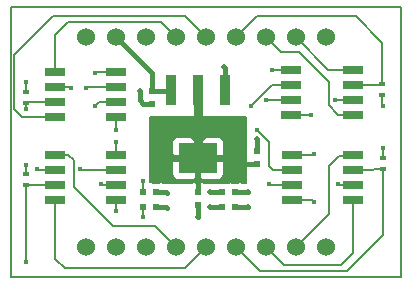
<source format=gbr>
%TF.GenerationSoftware,KiCad,Pcbnew,4.0.2-stable*%
%TF.CreationDate,2021-11-11T14:40:34-08:00*%
%TF.ProjectId,RS485,52533438352E6B696361645F70636200,rev?*%
%TF.FileFunction,Copper,L1,Top,Signal*%
%FSLAX46Y46*%
G04 Gerber Fmt 4.6, Leading zero omitted, Abs format (unit mm)*
G04 Created by KiCad (PCBNEW 4.0.2-stable) date 11/11/2021 2:40:34 PM*
%MOMM*%
G01*
G04 APERTURE LIST*
%ADD10C,0.100000*%
%ADD11C,0.150000*%
%ADD12R,0.500000X0.600000*%
%ADD13R,0.600000X0.500000*%
%ADD14R,0.600000X0.400000*%
%ADD15R,3.300000X2.500000*%
%ADD16R,0.950000X2.500000*%
%ADD17C,1.524000*%
%ADD18R,1.778000X0.711200*%
%ADD19C,0.508000*%
%ADD20C,0.406400*%
%ADD21C,0.381000*%
%ADD22C,0.152400*%
%ADD23C,0.762000*%
%ADD24C,0.127000*%
G04 APERTURE END LIST*
D10*
D11*
X170180000Y-107950000D02*
X170180000Y-85090000D01*
X203200000Y-107950000D02*
X170180000Y-107950000D01*
X203200000Y-85090000D02*
X203200000Y-107950000D01*
X170180000Y-85090000D02*
X203200000Y-85090000D01*
D12*
X191008000Y-98340000D03*
X191008000Y-97240000D03*
X182118000Y-92160000D03*
X182118000Y-93260000D03*
D13*
X182477500Y-100711000D03*
X181377500Y-100711000D03*
X189208500Y-100711000D03*
X188108500Y-100711000D03*
X182477500Y-101981000D03*
X181377500Y-101981000D03*
X189208500Y-101981000D03*
X188108500Y-101981000D03*
D12*
X186055000Y-100732500D03*
X186055000Y-101832500D03*
D14*
X201612500Y-91625000D03*
X201612500Y-92525000D03*
X201676000Y-98748000D03*
X201676000Y-97848000D03*
X171450000Y-100145000D03*
X171450000Y-99245000D03*
D15*
X186055000Y-97875000D03*
D16*
X186055000Y-92075000D03*
X183755000Y-92075000D03*
X188355000Y-92075000D03*
D14*
X171450000Y-92260000D03*
X171450000Y-93160000D03*
D17*
X196850000Y-87630000D03*
X194310000Y-87630000D03*
X191770000Y-87630000D03*
X189230000Y-87630000D03*
X186690000Y-87630000D03*
X184150000Y-87630000D03*
X181610000Y-87630000D03*
X179070000Y-87630000D03*
X176530000Y-87630000D03*
X196850000Y-105410000D03*
X194310000Y-105410000D03*
X191770000Y-105410000D03*
X189230000Y-105410000D03*
X186690000Y-105410000D03*
X184150000Y-105410000D03*
X181610000Y-105410000D03*
X179070000Y-105410000D03*
X176530000Y-105410000D03*
D18*
X193929000Y-94180000D03*
X199136000Y-94180000D03*
X193929000Y-92910000D03*
X199136000Y-92910000D03*
X193929000Y-91640000D03*
X199136000Y-91640000D03*
X193929000Y-90370000D03*
X199136000Y-90370000D03*
X193992500Y-101419000D03*
X199199500Y-101419000D03*
X193992500Y-100149000D03*
X199199500Y-100149000D03*
X193992500Y-98879000D03*
X199199500Y-98879000D03*
X193992500Y-97609000D03*
X199199500Y-97609000D03*
X179133500Y-97590000D03*
X173926500Y-97590000D03*
X179133500Y-98860000D03*
X173926500Y-98860000D03*
X179133500Y-100130000D03*
X173926500Y-100130000D03*
X179133500Y-101400000D03*
X173926500Y-101400000D03*
X179133500Y-90605000D03*
X173926500Y-90605000D03*
X179133500Y-91875000D03*
X173926500Y-91875000D03*
X179133500Y-93145000D03*
X173926500Y-93145000D03*
X179133500Y-94415000D03*
X173926500Y-94415000D03*
D19*
X186055000Y-102806500D03*
D20*
X195834000Y-97536000D03*
X197866000Y-100076000D03*
D19*
X191008000Y-96266000D03*
X181102000Y-92202000D03*
D20*
X175260000Y-91948000D03*
X192278000Y-90424000D03*
X197612000Y-92964000D03*
X201676000Y-93472000D03*
X201676000Y-97028000D03*
X181356000Y-102870000D03*
X181356000Y-99822000D03*
X179070000Y-95504000D03*
X179070000Y-102362000D03*
X171450000Y-91440000D03*
X171450000Y-98425000D03*
X172402500Y-98742500D03*
D19*
X187071000Y-101981000D03*
X187071000Y-100711000D03*
X188277500Y-90170000D03*
D20*
X195834000Y-101600000D03*
D19*
X183388000Y-102108000D03*
X183388000Y-100838000D03*
D20*
X177292000Y-90678000D03*
X195580000Y-94234000D03*
X179070000Y-96520000D03*
D19*
X190246000Y-100711000D03*
X190246000Y-101981000D03*
X183515000Y-97790000D03*
X183515000Y-95250000D03*
X184785000Y-95250000D03*
X183515000Y-96520000D03*
X188912500Y-97790000D03*
X188912500Y-95250000D03*
X187325000Y-95250000D03*
X188912500Y-96520000D03*
D20*
X171450000Y-106680000D03*
X191008000Y-95504000D03*
X177800000Y-100076000D03*
X190500000Y-93472000D03*
X177292000Y-93472000D03*
X192024000Y-100076000D03*
X176022000Y-98806000D03*
X191770000Y-92964000D03*
X176530000Y-91948000D03*
X171450000Y-93726000D03*
D21*
X186055000Y-101832500D02*
X186055000Y-102806500D01*
D22*
X193992500Y-97609000D02*
X195761000Y-97609000D01*
X195761000Y-97609000D02*
X195834000Y-97536000D01*
X199199500Y-100149000D02*
X197939000Y-100149000D01*
X197939000Y-100149000D02*
X197866000Y-100076000D01*
D21*
X191008000Y-97240000D02*
X191008000Y-96266000D01*
X182118000Y-93260000D02*
X181398000Y-93260000D01*
X181102000Y-92964000D02*
X181102000Y-92202000D01*
X181398000Y-93260000D02*
X181102000Y-92964000D01*
D22*
X173926500Y-91875000D02*
X175187000Y-91875000D01*
X175187000Y-91875000D02*
X175260000Y-91948000D01*
X193929000Y-90370000D02*
X192332000Y-90370000D01*
X192332000Y-90370000D02*
X192278000Y-90424000D01*
X199136000Y-92910000D02*
X197666000Y-92910000D01*
X197666000Y-92910000D02*
X197612000Y-92964000D01*
X201612500Y-92525000D02*
X201612500Y-93408500D01*
X201612500Y-93408500D02*
X201676000Y-93472000D01*
X201676000Y-97848000D02*
X201676000Y-97028000D01*
X181377500Y-101981000D02*
X181377500Y-102848500D01*
X181377500Y-102848500D02*
X181356000Y-102870000D01*
X181377500Y-100711000D02*
X181377500Y-99843500D01*
X181377500Y-99843500D02*
X181356000Y-99822000D01*
X179133500Y-94415000D02*
X179133500Y-95440500D01*
X179133500Y-95440500D02*
X179070000Y-95504000D01*
X179133500Y-101400000D02*
X179133500Y-102298500D01*
X179133500Y-102298500D02*
X179070000Y-102362000D01*
X171450000Y-92260000D02*
X171450000Y-91440000D01*
X171450000Y-99245000D02*
X171450000Y-98425000D01*
X173926500Y-98860000D02*
X172520000Y-98860000D01*
X172520000Y-98860000D02*
X172402500Y-98742500D01*
D21*
X188108500Y-101981000D02*
X187071000Y-101981000D01*
X188108500Y-100711000D02*
X187071000Y-100711000D01*
X188355000Y-92075000D02*
X188355000Y-90247500D01*
X188355000Y-90247500D02*
X188277500Y-90170000D01*
D22*
X193992500Y-101419000D02*
X195653000Y-101419000D01*
X195653000Y-101419000D02*
X195834000Y-101600000D01*
D21*
X182477500Y-101981000D02*
X183261000Y-101981000D01*
X183261000Y-101981000D02*
X183388000Y-102108000D01*
X182477500Y-100711000D02*
X183261000Y-100711000D01*
X183261000Y-100711000D02*
X183388000Y-100838000D01*
X186055000Y-100732500D02*
X186055000Y-97875000D01*
X191008000Y-98340000D02*
X188912500Y-98340000D01*
X188976000Y-98298000D02*
X188912500Y-98298000D01*
X188954500Y-98298000D02*
X188976000Y-98298000D01*
X188912500Y-98340000D02*
X188954500Y-98298000D01*
D22*
X179133500Y-90605000D02*
X177365000Y-90605000D01*
X177365000Y-90605000D02*
X177292000Y-90678000D01*
X193929000Y-94180000D02*
X195526000Y-94180000D01*
X195526000Y-94180000D02*
X195580000Y-94234000D01*
X179133500Y-97590000D02*
X179133500Y-96583500D01*
X179133500Y-96583500D02*
X179070000Y-96520000D01*
D21*
X189208500Y-100711000D02*
X190246000Y-100711000D01*
X189208500Y-101981000D02*
X190246000Y-101981000D01*
X183515000Y-96520000D02*
X183515000Y-95250000D01*
X186055000Y-96520000D02*
X184785000Y-95250000D01*
X183515000Y-95250000D02*
X184785000Y-95250000D01*
X183515000Y-96520000D02*
X183515000Y-97790000D01*
X186055000Y-97875000D02*
X186055000Y-96520000D01*
X188912500Y-99780000D02*
X188912500Y-99377500D01*
X188912500Y-99377500D02*
X188912500Y-98742500D01*
X188912500Y-98742500D02*
X188912500Y-98552000D01*
X188912500Y-98552000D02*
X188912500Y-98298000D01*
X188912500Y-98298000D02*
X188912500Y-97790000D01*
X188912500Y-96520000D02*
X188912500Y-95250000D01*
X186055000Y-96520000D02*
X187325000Y-95250000D01*
X188912500Y-95250000D02*
X187325000Y-95250000D01*
X188912500Y-97790000D02*
X188912500Y-96520000D01*
D23*
X186055000Y-92075000D02*
X186055000Y-97875000D01*
D21*
X182118000Y-92160000D02*
X183670000Y-92160000D01*
X183670000Y-92160000D02*
X183755000Y-92075000D01*
X179070000Y-87630000D02*
X181356000Y-89916000D01*
X182118000Y-90678000D02*
X182118000Y-92160000D01*
X181356000Y-89916000D02*
X182118000Y-90678000D01*
X183600000Y-91920000D02*
X183755000Y-92075000D01*
D22*
X199136000Y-90370000D02*
X197050000Y-90370000D01*
X197050000Y-90370000D02*
X194310000Y-87630000D01*
X199136000Y-94180000D02*
X197920000Y-94180000D01*
X197104000Y-91440000D02*
X195326000Y-89662000D01*
X197104000Y-93364000D02*
X197104000Y-91440000D01*
X197920000Y-94180000D02*
X197104000Y-93364000D01*
X193040000Y-88900000D02*
X191770000Y-87630000D01*
X194564000Y-88900000D02*
X193040000Y-88900000D01*
X195326000Y-89662000D02*
X194564000Y-88900000D01*
X201612500Y-91625000D02*
X201612500Y-88074500D01*
X191008000Y-85852000D02*
X189230000Y-87630000D01*
X199390000Y-85852000D02*
X191008000Y-85852000D01*
X201612500Y-88074500D02*
X199390000Y-85852000D01*
X199136000Y-91640000D02*
X201597500Y-91640000D01*
X201597500Y-91640000D02*
X201612500Y-91625000D01*
X173926500Y-94415000D02*
X171123000Y-94415000D01*
X171123000Y-94415000D02*
X170434000Y-93726000D01*
X184912000Y-85852000D02*
X186690000Y-87630000D01*
X173736000Y-85852000D02*
X184912000Y-85852000D01*
X170434000Y-89154000D02*
X173736000Y-85852000D01*
X170434000Y-93726000D02*
X170434000Y-89154000D01*
X173926500Y-90605000D02*
X173926500Y-87439500D01*
X182880000Y-86360000D02*
X184150000Y-87630000D01*
X175006000Y-86360000D02*
X182880000Y-86360000D01*
X173926500Y-87439500D02*
X175006000Y-86360000D01*
X197104000Y-98806000D02*
X197104000Y-98552000D01*
X198018402Y-97637598D02*
X199199500Y-97637598D01*
X197104000Y-98552000D02*
X198018402Y-97637598D01*
X199199500Y-97637598D02*
X199199500Y-97609000D01*
X197104000Y-102616000D02*
X194310000Y-105410000D01*
X197104000Y-98806000D02*
X197104000Y-102616000D01*
X199199500Y-101419000D02*
X199199500Y-105854500D01*
X193294000Y-106934000D02*
X191770000Y-105410000D01*
X198120000Y-106934000D02*
X193294000Y-106934000D01*
X199199500Y-105854500D02*
X198120000Y-106934000D01*
X201676000Y-98748000D02*
X200972000Y-98748000D01*
X200841000Y-98879000D02*
X199199500Y-98879000D01*
X200972000Y-98748000D02*
X200841000Y-98879000D01*
X189230000Y-105410000D02*
X191262000Y-107442000D01*
X198628000Y-107442000D02*
X199136000Y-106934000D01*
X191262000Y-107442000D02*
X198628000Y-107442000D01*
X201676000Y-98748000D02*
X201676000Y-104394000D01*
X201676000Y-104394000D02*
X199136000Y-106934000D01*
X201597500Y-98752000D02*
X201612500Y-98737000D01*
X186690000Y-105410000D02*
X184912000Y-107188000D01*
X184912000Y-107188000D02*
X174752000Y-107188000D01*
X174752000Y-107188000D02*
X173926500Y-106362500D01*
X173926500Y-106362500D02*
X173926500Y-101400000D01*
X173926500Y-97590000D02*
X175060000Y-97590000D01*
X175514000Y-100330000D02*
X176784000Y-101600000D01*
X175514000Y-98044000D02*
X175514000Y-100330000D01*
X175060000Y-97590000D02*
X175514000Y-98044000D01*
X182372000Y-103632000D02*
X184150000Y-105410000D01*
X178816000Y-103632000D02*
X182372000Y-103632000D01*
X176784000Y-101600000D02*
X178816000Y-103632000D01*
X173926500Y-97590000D02*
X174952000Y-97590000D01*
X173926500Y-97590000D02*
X174952000Y-97590000D01*
X173980500Y-97536000D02*
X173926500Y-97590000D01*
X171450000Y-100145000D02*
X171450000Y-106680000D01*
X171450000Y-100330000D02*
X171450000Y-100145000D01*
X173926500Y-100130000D02*
X171465000Y-100130000D01*
X171465000Y-100130000D02*
X171450000Y-100145000D01*
X171465000Y-100130000D02*
X171450000Y-100145000D01*
X193992500Y-98879000D02*
X192351000Y-98879000D01*
X192024000Y-98552000D02*
X192024000Y-97028000D01*
X192351000Y-98879000D02*
X192024000Y-98552000D01*
X192024000Y-96520000D02*
X191008000Y-95504000D01*
X192024000Y-97028000D02*
X192024000Y-96520000D01*
X179133500Y-100130000D02*
X177854000Y-100130000D01*
X177854000Y-100130000D02*
X177800000Y-100076000D01*
X193929000Y-91640000D02*
X192332000Y-91640000D01*
X192332000Y-91640000D02*
X190500000Y-93472000D01*
X179133500Y-93145000D02*
X177619000Y-93145000D01*
X177619000Y-93145000D02*
X177292000Y-93472000D01*
X193992500Y-100149000D02*
X192097000Y-100149000D01*
X192097000Y-100149000D02*
X192024000Y-100076000D01*
X176076000Y-98860000D02*
X176022000Y-98806000D01*
X176076000Y-98860000D02*
X179133500Y-98860000D01*
X193929000Y-92910000D02*
X191824000Y-92910000D01*
X191824000Y-92910000D02*
X191770000Y-92964000D01*
X176603000Y-91875000D02*
X179133500Y-91875000D01*
X176530000Y-91948000D02*
X176603000Y-91875000D01*
X171450000Y-93160000D02*
X171450000Y-93726000D01*
X173926500Y-93145000D02*
X171465000Y-93145000D01*
X171465000Y-93145000D02*
X171450000Y-93160000D01*
D24*
G36*
X190119000Y-99949000D02*
X189765823Y-99949000D01*
X189622178Y-99889500D01*
X189501375Y-99889500D01*
X189441875Y-99949000D01*
X188975125Y-99949000D01*
X188915625Y-99889500D01*
X188794822Y-99889500D01*
X188651177Y-99949000D01*
X186629723Y-99949000D01*
X186628729Y-99948006D01*
X186418679Y-99861000D01*
X186322875Y-99861000D01*
X186234875Y-99949000D01*
X185875125Y-99949000D01*
X185787125Y-99861000D01*
X185691321Y-99861000D01*
X185481271Y-99948006D01*
X185480277Y-99949000D01*
X183034823Y-99949000D01*
X182891178Y-99889500D01*
X182770375Y-99889500D01*
X182710875Y-99949000D01*
X182244125Y-99949000D01*
X182184625Y-99889500D01*
X182063822Y-99889500D01*
X181991000Y-99919664D01*
X181991000Y-98208375D01*
X183833500Y-98208375D01*
X183833500Y-99238679D01*
X183920506Y-99448729D01*
X184081272Y-99609494D01*
X184291322Y-99696500D01*
X185721625Y-99696500D01*
X185864500Y-99553625D01*
X185864500Y-98065500D01*
X186245500Y-98065500D01*
X186245500Y-99553625D01*
X186388375Y-99696500D01*
X187818678Y-99696500D01*
X188028728Y-99609494D01*
X188189494Y-99448729D01*
X188276500Y-99238679D01*
X188276500Y-98208375D01*
X188133625Y-98065500D01*
X186245500Y-98065500D01*
X185864500Y-98065500D01*
X183976375Y-98065500D01*
X183833500Y-98208375D01*
X181991000Y-98208375D01*
X181991000Y-96511321D01*
X183833500Y-96511321D01*
X183833500Y-97541625D01*
X183976375Y-97684500D01*
X185864500Y-97684500D01*
X185864500Y-96196375D01*
X186245500Y-96196375D01*
X186245500Y-97684500D01*
X188133625Y-97684500D01*
X188276500Y-97541625D01*
X188276500Y-96511321D01*
X188189494Y-96301271D01*
X188028728Y-96140506D01*
X187818678Y-96053500D01*
X186388375Y-96053500D01*
X186245500Y-96196375D01*
X185864500Y-96196375D01*
X185721625Y-96053500D01*
X184291322Y-96053500D01*
X184081272Y-96140506D01*
X183920506Y-96301271D01*
X183833500Y-96511321D01*
X181991000Y-96511321D01*
X181991000Y-94361000D01*
X190119000Y-94361000D01*
X190119000Y-99949000D01*
X190119000Y-99949000D01*
G37*
X190119000Y-99949000D02*
X189765823Y-99949000D01*
X189622178Y-99889500D01*
X189501375Y-99889500D01*
X189441875Y-99949000D01*
X188975125Y-99949000D01*
X188915625Y-99889500D01*
X188794822Y-99889500D01*
X188651177Y-99949000D01*
X186629723Y-99949000D01*
X186628729Y-99948006D01*
X186418679Y-99861000D01*
X186322875Y-99861000D01*
X186234875Y-99949000D01*
X185875125Y-99949000D01*
X185787125Y-99861000D01*
X185691321Y-99861000D01*
X185481271Y-99948006D01*
X185480277Y-99949000D01*
X183034823Y-99949000D01*
X182891178Y-99889500D01*
X182770375Y-99889500D01*
X182710875Y-99949000D01*
X182244125Y-99949000D01*
X182184625Y-99889500D01*
X182063822Y-99889500D01*
X181991000Y-99919664D01*
X181991000Y-98208375D01*
X183833500Y-98208375D01*
X183833500Y-99238679D01*
X183920506Y-99448729D01*
X184081272Y-99609494D01*
X184291322Y-99696500D01*
X185721625Y-99696500D01*
X185864500Y-99553625D01*
X185864500Y-98065500D01*
X186245500Y-98065500D01*
X186245500Y-99553625D01*
X186388375Y-99696500D01*
X187818678Y-99696500D01*
X188028728Y-99609494D01*
X188189494Y-99448729D01*
X188276500Y-99238679D01*
X188276500Y-98208375D01*
X188133625Y-98065500D01*
X186245500Y-98065500D01*
X185864500Y-98065500D01*
X183976375Y-98065500D01*
X183833500Y-98208375D01*
X181991000Y-98208375D01*
X181991000Y-96511321D01*
X183833500Y-96511321D01*
X183833500Y-97541625D01*
X183976375Y-97684500D01*
X185864500Y-97684500D01*
X185864500Y-96196375D01*
X186245500Y-96196375D01*
X186245500Y-97684500D01*
X188133625Y-97684500D01*
X188276500Y-97541625D01*
X188276500Y-96511321D01*
X188189494Y-96301271D01*
X188028728Y-96140506D01*
X187818678Y-96053500D01*
X186388375Y-96053500D01*
X186245500Y-96196375D01*
X185864500Y-96196375D01*
X185721625Y-96053500D01*
X184291322Y-96053500D01*
X184081272Y-96140506D01*
X183920506Y-96301271D01*
X183833500Y-96511321D01*
X181991000Y-96511321D01*
X181991000Y-94361000D01*
X190119000Y-94361000D01*
X190119000Y-99949000D01*
M02*

</source>
